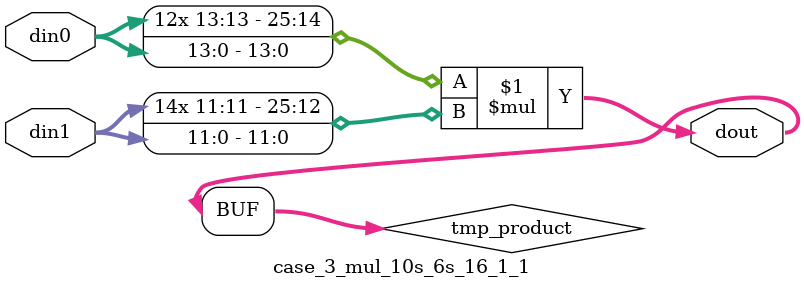
<source format=v>

`timescale 1 ns / 1 ps

 (* use_dsp = "no" *)  module case_3_mul_10s_6s_16_1_1(din0, din1, dout);
parameter ID = 1;
parameter NUM_STAGE = 0;
parameter din0_WIDTH = 14;
parameter din1_WIDTH = 12;
parameter dout_WIDTH = 26;

input [din0_WIDTH - 1 : 0] din0; 
input [din1_WIDTH - 1 : 0] din1; 
output [dout_WIDTH - 1 : 0] dout;

wire signed [dout_WIDTH - 1 : 0] tmp_product;



























assign tmp_product = $signed(din0) * $signed(din1);








assign dout = tmp_product;





















endmodule

</source>
